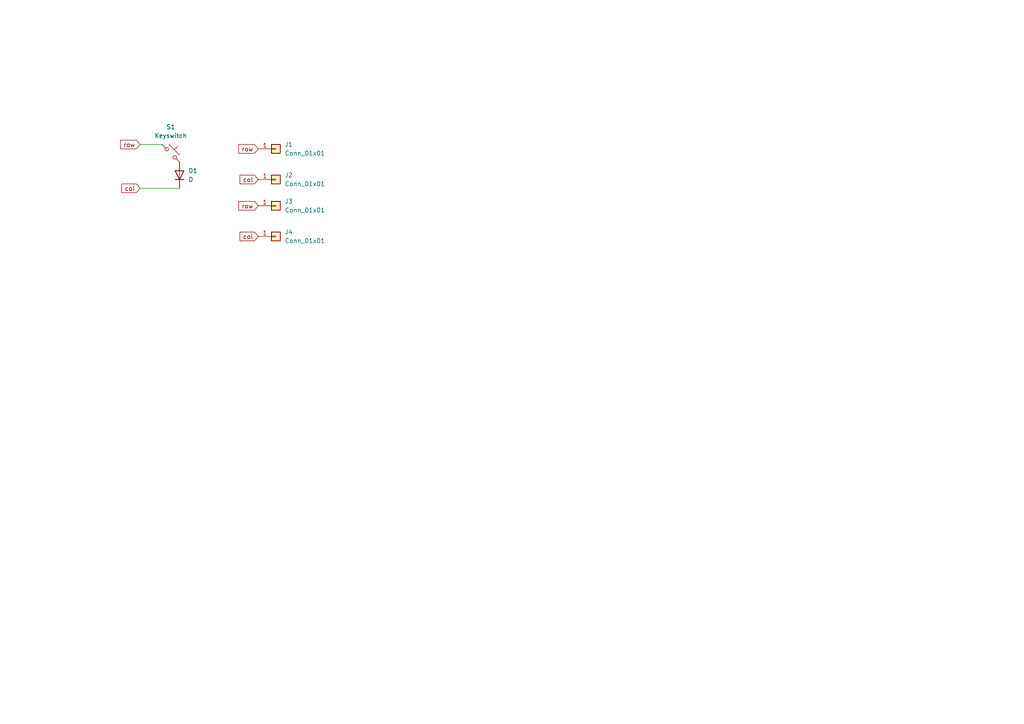
<source format=kicad_sch>
(kicad_sch (version 20231120) (generator "eeschema") (generator_version "8.0")
  (paper "A4")
  (lib_symbols
    (symbol "Connector_Generic:Conn_01x01" (pin_names (offset 1.016) hide)
      (property "Reference" "J" (at 0 2.54 0))
      (property "Value" "Conn_01x01" (at 0 -2.54 0))
      (symbol "Conn_01x01_1_1"
        (rectangle (start -1.27 0.127) (end 0 -0.127) (stroke (width 0.1524)))
        (rectangle (start -1.27 1.27) (end 1.27 -1.27) (stroke (width 0.254)) (fill (type background)))
        (pin passive line (at -5.08 0 0) (length 3.81) (name "Pin_1") (number "1"))
      )
    )
    (symbol "Device:D" (pin_numbers hide) (pin_names (offset 1.016) hide)
      (property "Reference" "D" (at 0 2.54 0))
      (property "Value" "D" (at 0 -2.54 0))
      (symbol "D_0_1"
        (polyline (pts (xy -1.27 1.27) (xy -1.27 -1.27)) (stroke (width 0.254)))
        (polyline (pts (xy 1.27 0) (xy -1.27 0)))
        (polyline (pts (xy 1.27 1.27) (xy 1.27 -1.27) (xy -1.27 0) (xy 1.27 1.27)) (stroke (width 0.254)))
      )
      (symbol "D_1_1"
        (pin passive line (at -3.81 0 0) (length 2.54) (name "K") (number "1"))
        (pin passive line (at 3.81 0 180) (length 2.54) (name "A") (number "2"))
      )
    )
    (symbol "ScottoKeebs:Placeholder_Keyswitch" (pin_numbers hide) (pin_names (offset 1.016) hide)
      (property "Reference" "S" (at 3.048 1.016 0))
      (property "Value" "Keyswitch" (at 0 -3.81 0))
      (symbol "Placeholder_Keyswitch_0_1"
        (circle (center -1.1684 1.1684) (radius 0.508))
        (polyline (pts (xy -0.508 2.54) (xy 2.54 -0.508)))
        (polyline (pts (xy 1.016 1.016) (xy 2.032 2.032)))
        (polyline (pts (xy -2.54 2.54) (xy -1.524 1.524) (xy -1.524 1.524)))
        (polyline (pts (xy 1.524 -1.524) (xy 2.54 -2.54) (xy 2.54 -2.54) (xy 2.54 -2.54)))
        (circle (center 1.143 -1.1938) (radius 0.508))
        (pin passive line (at -2.54 2.54 0) (length 0) (name "1") (number "1"))
        (pin passive line (at 2.54 -2.54 180) (length 0) (name "2") (number "2"))
      )
    )
  )
  (wire (pts (xy 52.07 54.61) (xy 40.64 54.61)))
  (wire (pts (xy 40.64 41.91) (xy 46.99 41.91)))
  (global_label "col" (shape input) (at 74.93 52.07 180) (property "Intersheetrefs" "${INTERSHEET_REFS}" (effects (hide yes))))
  (global_label "col" (shape input) (at 40.64 54.61 180) (property "Intersheetrefs" "${INTERSHEET_REFS}" (effects (hide yes))))
  (global_label "row" (shape input) (at 74.93 43.18 180) (property "Intersheetrefs" "${INTERSHEET_REFS}" (effects (hide yes))))
  (global_label "col" (shape input) (at 74.93 68.58 180) (property "Intersheetrefs" "${INTERSHEET_REFS}" (effects (hide yes))))
  (global_label "row" (shape input) (at 74.93 59.69 180) (property "Intersheetrefs" "${INTERSHEET_REFS}" (effects (hide yes))))
  (global_label "row" (shape input) (at 40.64 41.91 180) (property "Intersheetrefs" "${INTERSHEET_REFS}" (effects (hide yes))))
  (symbol (lib_id "Connector_Generic:Conn_01x01") (at 80.01 59.69 0) (unit 1)
    (property "Reference" "J3" (at 82.55 58.4199 0) (effects (justify left)))
    (property "Value" "Conn_01x01" (at 82.55 60.9599 0) (effects (justify left)))
    (property "Footprint" "TestPoint:TestPoint_Pad_1.5x1.5mm" (effects (hide yes)))
    (property "Description" "Generic connector, single row, 01x01, script generated (kicad-library-utils/schlib/autogen/connector/)" (effects (hide yes)))
  )
  (symbol (lib_id "Connector_Generic:Conn_01x01") (at 80.01 52.07 0) (unit 1)
    (property "Reference" "J2" (at 82.55 50.7999 0) (effects (justify left)))
    (property "Value" "Conn_01x01" (at 82.55 53.3399 0) (effects (justify left)))
    (property "Footprint" "TestPoint:TestPoint_Pad_1.5x1.5mm" (effects (hide yes)))
    (property "Description" "Generic connector, single row, 01x01, script generated (kicad-library-utils/schlib/autogen/connector/)" (effects (hide yes)))
  )
  (symbol (lib_id "Connector_Generic:Conn_01x01") (at 80.01 43.18 0) (unit 1)
    (property "Reference" "J1" (at 82.55 41.9099 0) (effects (justify left)))
    (property "Value" "Conn_01x01" (at 82.55 44.4499 0) (effects (justify left)))
    (property "Footprint" "TestPoint:TestPoint_Pad_1.5x1.5mm" (effects (hide yes)))
    (property "Description" "Generic connector, single row, 01x01, script generated (kicad-library-utils/schlib/autogen/connector/)" (effects (hide yes)))
  )
  (symbol (lib_id "Device:D") (at 52.07 50.8 90) (unit 1)
    (property "Reference" "D1" (at 54.61 49.5299 90) (effects (justify right)))
    (property "Value" "D" (at 54.61 52.0699 90) (effects (justify right)))
    (property "Footprint" "ScottoKeebs_Components:Diode_SOD-123" (effects (hide yes)))
    (property "Description" "Diode" (effects (hide yes)))
    (property "Sim.Device" "D" (effects (hide yes)))
    (property "Sim.Pins" "1=K 2=A" (effects (hide yes)))
  )
  (symbol (lib_id "Connector_Generic:Conn_01x01") (at 80.01 68.58 0) (unit 1)
    (property "Reference" "J4" (at 82.55 67.3099 0) (effects (justify left)))
    (property "Value" "Conn_01x01" (at 82.55 69.8499 0) (effects (justify left)))
    (property "Footprint" "TestPoint:TestPoint_Pad_1.5x1.5mm" (effects (hide yes)))
    (property "Description" "Generic connector, single row, 01x01, script generated (kicad-library-utils/schlib/autogen/connector/)" (effects (hide yes)))
  )
  (symbol (lib_id "ScottoKeebs:Placeholder_Keyswitch") (at 49.53 44.45 0) (unit 1)
    (property "Reference" "S1" (at 49.53 36.83 0))
    (property "Value" "Keyswitch" (at 49.53 39.37 0))
    (property "Footprint" "ScottoKeebs_Scotto:MX_Hotswap_1.00u" (effects (hide yes)))
    (property "Description" "Push button switch, normally open, two pins, 45° tilted" (effects (hide yes)))
  )
)
</source>
